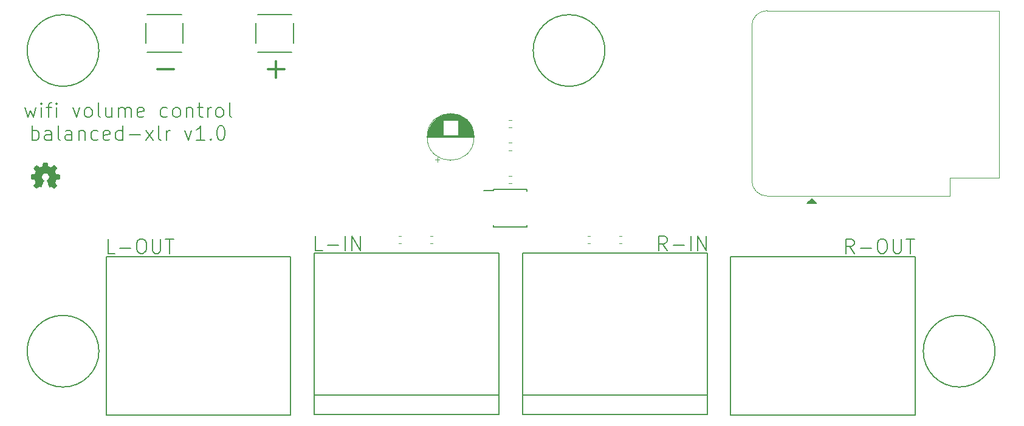
<source format=gbr>
G04 #@! TF.GenerationSoftware,KiCad,Pcbnew,5.1.4+dfsg1-1*
G04 #@! TF.CreationDate,2020-04-24T21:08:45-06:00*
G04 #@! TF.ProjectId,balanced-xlr,62616c61-6e63-4656-942d-786c722e6b69,rev?*
G04 #@! TF.SameCoordinates,Original*
G04 #@! TF.FileFunction,Legend,Top*
G04 #@! TF.FilePolarity,Positive*
%FSLAX46Y46*%
G04 Gerber Fmt 4.6, Leading zero omitted, Abs format (unit mm)*
G04 Created by KiCad (PCBNEW 5.1.4+dfsg1-1) date 2020-04-24 21:08:45*
%MOMM*%
%LPD*%
G04 APERTURE LIST*
%ADD10C,0.200000*%
%ADD11C,0.300000*%
%ADD12C,0.120000*%
%ADD13C,0.002540*%
%ADD14C,0.150000*%
G04 APERTURE END LIST*
D10*
X129657142Y-114104761D02*
X128990476Y-113152380D01*
X128514285Y-114104761D02*
X128514285Y-112104761D01*
X129276190Y-112104761D01*
X129466666Y-112200000D01*
X129561904Y-112295238D01*
X129657142Y-112485714D01*
X129657142Y-112771428D01*
X129561904Y-112961904D01*
X129466666Y-113057142D01*
X129276190Y-113152380D01*
X128514285Y-113152380D01*
X130514285Y-113342857D02*
X132038095Y-113342857D01*
X132990476Y-114104761D02*
X132990476Y-112104761D01*
X133942857Y-114104761D02*
X133942857Y-112104761D01*
X135085714Y-114104761D01*
X135085714Y-112104761D01*
X155723809Y-114504761D02*
X155057142Y-113552380D01*
X154580952Y-114504761D02*
X154580952Y-112504761D01*
X155342857Y-112504761D01*
X155533333Y-112600000D01*
X155628571Y-112695238D01*
X155723809Y-112885714D01*
X155723809Y-113171428D01*
X155628571Y-113361904D01*
X155533333Y-113457142D01*
X155342857Y-113552380D01*
X154580952Y-113552380D01*
X156580952Y-113742857D02*
X158104761Y-113742857D01*
X159438095Y-112504761D02*
X159819047Y-112504761D01*
X160009523Y-112600000D01*
X160200000Y-112790476D01*
X160295238Y-113171428D01*
X160295238Y-113838095D01*
X160200000Y-114219047D01*
X160009523Y-114409523D01*
X159819047Y-114504761D01*
X159438095Y-114504761D01*
X159247619Y-114409523D01*
X159057142Y-114219047D01*
X158961904Y-113838095D01*
X158961904Y-113171428D01*
X159057142Y-112790476D01*
X159247619Y-112600000D01*
X159438095Y-112504761D01*
X161152380Y-112504761D02*
X161152380Y-114123809D01*
X161247619Y-114314285D01*
X161342857Y-114409523D01*
X161533333Y-114504761D01*
X161914285Y-114504761D01*
X162104761Y-114409523D01*
X162200000Y-114314285D01*
X162295238Y-114123809D01*
X162295238Y-112504761D01*
X162961904Y-112504761D02*
X164104761Y-112504761D01*
X163533333Y-114504761D02*
X163533333Y-112504761D01*
X81657142Y-114104761D02*
X80704761Y-114104761D01*
X80704761Y-112104761D01*
X82323809Y-113342857D02*
X83847619Y-113342857D01*
X84800000Y-114104761D02*
X84800000Y-112104761D01*
X85752380Y-114104761D02*
X85752380Y-112104761D01*
X86895238Y-114104761D01*
X86895238Y-112104761D01*
X52723809Y-114504761D02*
X51771428Y-114504761D01*
X51771428Y-112504761D01*
X53390476Y-113742857D02*
X54914285Y-113742857D01*
X56247619Y-112504761D02*
X56628571Y-112504761D01*
X56819047Y-112600000D01*
X57009523Y-112790476D01*
X57104761Y-113171428D01*
X57104761Y-113838095D01*
X57009523Y-114219047D01*
X56819047Y-114409523D01*
X56628571Y-114504761D01*
X56247619Y-114504761D01*
X56057142Y-114409523D01*
X55866666Y-114219047D01*
X55771428Y-113838095D01*
X55771428Y-113171428D01*
X55866666Y-112790476D01*
X56057142Y-112600000D01*
X56247619Y-112504761D01*
X57961904Y-112504761D02*
X57961904Y-114123809D01*
X58057142Y-114314285D01*
X58152380Y-114409523D01*
X58342857Y-114504761D01*
X58723809Y-114504761D01*
X58914285Y-114409523D01*
X59009523Y-114314285D01*
X59104761Y-114123809D01*
X59104761Y-112504761D01*
X59771428Y-112504761D02*
X60914285Y-112504761D01*
X60342857Y-114504761D02*
X60342857Y-112504761D01*
X40219047Y-94171428D02*
X40600000Y-95504761D01*
X40980952Y-94552380D01*
X41361904Y-95504761D01*
X41742857Y-94171428D01*
X42504761Y-95504761D02*
X42504761Y-94171428D01*
X42504761Y-93504761D02*
X42409523Y-93600000D01*
X42504761Y-93695238D01*
X42600000Y-93600000D01*
X42504761Y-93504761D01*
X42504761Y-93695238D01*
X43171428Y-94171428D02*
X43933333Y-94171428D01*
X43457142Y-95504761D02*
X43457142Y-93790476D01*
X43552380Y-93600000D01*
X43742857Y-93504761D01*
X43933333Y-93504761D01*
X44600000Y-95504761D02*
X44600000Y-94171428D01*
X44600000Y-93504761D02*
X44504761Y-93600000D01*
X44600000Y-93695238D01*
X44695238Y-93600000D01*
X44600000Y-93504761D01*
X44600000Y-93695238D01*
X46885714Y-94171428D02*
X47361904Y-95504761D01*
X47838095Y-94171428D01*
X48885714Y-95504761D02*
X48695238Y-95409523D01*
X48600000Y-95314285D01*
X48504761Y-95123809D01*
X48504761Y-94552380D01*
X48600000Y-94361904D01*
X48695238Y-94266666D01*
X48885714Y-94171428D01*
X49171428Y-94171428D01*
X49361904Y-94266666D01*
X49457142Y-94361904D01*
X49552380Y-94552380D01*
X49552380Y-95123809D01*
X49457142Y-95314285D01*
X49361904Y-95409523D01*
X49171428Y-95504761D01*
X48885714Y-95504761D01*
X50695238Y-95504761D02*
X50504761Y-95409523D01*
X50409523Y-95219047D01*
X50409523Y-93504761D01*
X52314285Y-94171428D02*
X52314285Y-95504761D01*
X51457142Y-94171428D02*
X51457142Y-95219047D01*
X51552380Y-95409523D01*
X51742857Y-95504761D01*
X52028571Y-95504761D01*
X52219047Y-95409523D01*
X52314285Y-95314285D01*
X53266666Y-95504761D02*
X53266666Y-94171428D01*
X53266666Y-94361904D02*
X53361904Y-94266666D01*
X53552380Y-94171428D01*
X53838095Y-94171428D01*
X54028571Y-94266666D01*
X54123809Y-94457142D01*
X54123809Y-95504761D01*
X54123809Y-94457142D02*
X54219047Y-94266666D01*
X54409523Y-94171428D01*
X54695238Y-94171428D01*
X54885714Y-94266666D01*
X54980952Y-94457142D01*
X54980952Y-95504761D01*
X56695238Y-95409523D02*
X56504761Y-95504761D01*
X56123809Y-95504761D01*
X55933333Y-95409523D01*
X55838095Y-95219047D01*
X55838095Y-94457142D01*
X55933333Y-94266666D01*
X56123809Y-94171428D01*
X56504761Y-94171428D01*
X56695238Y-94266666D01*
X56790476Y-94457142D01*
X56790476Y-94647619D01*
X55838095Y-94838095D01*
X60028571Y-95409523D02*
X59838095Y-95504761D01*
X59457142Y-95504761D01*
X59266666Y-95409523D01*
X59171428Y-95314285D01*
X59076190Y-95123809D01*
X59076190Y-94552380D01*
X59171428Y-94361904D01*
X59266666Y-94266666D01*
X59457142Y-94171428D01*
X59838095Y-94171428D01*
X60028571Y-94266666D01*
X61171428Y-95504761D02*
X60980952Y-95409523D01*
X60885714Y-95314285D01*
X60790476Y-95123809D01*
X60790476Y-94552380D01*
X60885714Y-94361904D01*
X60980952Y-94266666D01*
X61171428Y-94171428D01*
X61457142Y-94171428D01*
X61647619Y-94266666D01*
X61742857Y-94361904D01*
X61838095Y-94552380D01*
X61838095Y-95123809D01*
X61742857Y-95314285D01*
X61647619Y-95409523D01*
X61457142Y-95504761D01*
X61171428Y-95504761D01*
X62695238Y-94171428D02*
X62695238Y-95504761D01*
X62695238Y-94361904D02*
X62790476Y-94266666D01*
X62980952Y-94171428D01*
X63266666Y-94171428D01*
X63457142Y-94266666D01*
X63552380Y-94457142D01*
X63552380Y-95504761D01*
X64219047Y-94171428D02*
X64980952Y-94171428D01*
X64504761Y-93504761D02*
X64504761Y-95219047D01*
X64600000Y-95409523D01*
X64790476Y-95504761D01*
X64980952Y-95504761D01*
X65647619Y-95504761D02*
X65647619Y-94171428D01*
X65647619Y-94552380D02*
X65742857Y-94361904D01*
X65838095Y-94266666D01*
X66028571Y-94171428D01*
X66219047Y-94171428D01*
X67171428Y-95504761D02*
X66980952Y-95409523D01*
X66885714Y-95314285D01*
X66790476Y-95123809D01*
X66790476Y-94552380D01*
X66885714Y-94361904D01*
X66980952Y-94266666D01*
X67171428Y-94171428D01*
X67457142Y-94171428D01*
X67647619Y-94266666D01*
X67742857Y-94361904D01*
X67838095Y-94552380D01*
X67838095Y-95123809D01*
X67742857Y-95314285D01*
X67647619Y-95409523D01*
X67457142Y-95504761D01*
X67171428Y-95504761D01*
X68980952Y-95504761D02*
X68790476Y-95409523D01*
X68695238Y-95219047D01*
X68695238Y-93504761D01*
X41219047Y-98704761D02*
X41219047Y-96704761D01*
X41219047Y-97466666D02*
X41409523Y-97371428D01*
X41790476Y-97371428D01*
X41980952Y-97466666D01*
X42076190Y-97561904D01*
X42171428Y-97752380D01*
X42171428Y-98323809D01*
X42076190Y-98514285D01*
X41980952Y-98609523D01*
X41790476Y-98704761D01*
X41409523Y-98704761D01*
X41219047Y-98609523D01*
X43885714Y-98704761D02*
X43885714Y-97657142D01*
X43790476Y-97466666D01*
X43600000Y-97371428D01*
X43219047Y-97371428D01*
X43028571Y-97466666D01*
X43885714Y-98609523D02*
X43695238Y-98704761D01*
X43219047Y-98704761D01*
X43028571Y-98609523D01*
X42933333Y-98419047D01*
X42933333Y-98228571D01*
X43028571Y-98038095D01*
X43219047Y-97942857D01*
X43695238Y-97942857D01*
X43885714Y-97847619D01*
X45123809Y-98704761D02*
X44933333Y-98609523D01*
X44838095Y-98419047D01*
X44838095Y-96704761D01*
X46742857Y-98704761D02*
X46742857Y-97657142D01*
X46647619Y-97466666D01*
X46457142Y-97371428D01*
X46076190Y-97371428D01*
X45885714Y-97466666D01*
X46742857Y-98609523D02*
X46552380Y-98704761D01*
X46076190Y-98704761D01*
X45885714Y-98609523D01*
X45790476Y-98419047D01*
X45790476Y-98228571D01*
X45885714Y-98038095D01*
X46076190Y-97942857D01*
X46552380Y-97942857D01*
X46742857Y-97847619D01*
X47695238Y-97371428D02*
X47695238Y-98704761D01*
X47695238Y-97561904D02*
X47790476Y-97466666D01*
X47980952Y-97371428D01*
X48266666Y-97371428D01*
X48457142Y-97466666D01*
X48552380Y-97657142D01*
X48552380Y-98704761D01*
X50361904Y-98609523D02*
X50171428Y-98704761D01*
X49790476Y-98704761D01*
X49600000Y-98609523D01*
X49504761Y-98514285D01*
X49409523Y-98323809D01*
X49409523Y-97752380D01*
X49504761Y-97561904D01*
X49600000Y-97466666D01*
X49790476Y-97371428D01*
X50171428Y-97371428D01*
X50361904Y-97466666D01*
X51980952Y-98609523D02*
X51790476Y-98704761D01*
X51409523Y-98704761D01*
X51219047Y-98609523D01*
X51123809Y-98419047D01*
X51123809Y-97657142D01*
X51219047Y-97466666D01*
X51409523Y-97371428D01*
X51790476Y-97371428D01*
X51980952Y-97466666D01*
X52076190Y-97657142D01*
X52076190Y-97847619D01*
X51123809Y-98038095D01*
X53790476Y-98704761D02*
X53790476Y-96704761D01*
X53790476Y-98609523D02*
X53600000Y-98704761D01*
X53219047Y-98704761D01*
X53028571Y-98609523D01*
X52933333Y-98514285D01*
X52838095Y-98323809D01*
X52838095Y-97752380D01*
X52933333Y-97561904D01*
X53028571Y-97466666D01*
X53219047Y-97371428D01*
X53600000Y-97371428D01*
X53790476Y-97466666D01*
X54742857Y-97942857D02*
X56266666Y-97942857D01*
X57028571Y-98704761D02*
X58076190Y-97371428D01*
X57028571Y-97371428D02*
X58076190Y-98704761D01*
X59123809Y-98704761D02*
X58933333Y-98609523D01*
X58838095Y-98419047D01*
X58838095Y-96704761D01*
X59885714Y-98704761D02*
X59885714Y-97371428D01*
X59885714Y-97752380D02*
X59980952Y-97561904D01*
X60076190Y-97466666D01*
X60266666Y-97371428D01*
X60457142Y-97371428D01*
X62457142Y-97371428D02*
X62933333Y-98704761D01*
X63409523Y-97371428D01*
X65219047Y-98704761D02*
X64076190Y-98704761D01*
X64647619Y-98704761D02*
X64647619Y-96704761D01*
X64457142Y-96990476D01*
X64266666Y-97180952D01*
X64076190Y-97276190D01*
X66076190Y-98514285D02*
X66171428Y-98609523D01*
X66076190Y-98704761D01*
X65980952Y-98609523D01*
X66076190Y-98514285D01*
X66076190Y-98704761D01*
X67409523Y-96704761D02*
X67600000Y-96704761D01*
X67790476Y-96800000D01*
X67885714Y-96895238D01*
X67980952Y-97085714D01*
X68076190Y-97466666D01*
X68076190Y-97942857D01*
X67980952Y-98323809D01*
X67885714Y-98514285D01*
X67790476Y-98609523D01*
X67600000Y-98704761D01*
X67409523Y-98704761D01*
X67219047Y-98609523D01*
X67123809Y-98514285D01*
X67028571Y-98323809D01*
X66933333Y-97942857D01*
X66933333Y-97466666D01*
X67028571Y-97085714D01*
X67123809Y-96895238D01*
X67219047Y-96800000D01*
X67409523Y-96704761D01*
D11*
X74057142Y-88814285D02*
X76342857Y-88814285D01*
X75200000Y-89957142D02*
X75200000Y-87671428D01*
X58657142Y-88814285D02*
X60942857Y-88814285D01*
D12*
X97346000Y-101435241D02*
X97976000Y-101435241D01*
X97661000Y-101750241D02*
X97661000Y-101120241D01*
X99098000Y-95009000D02*
X99902000Y-95009000D01*
X98867000Y-95049000D02*
X100133000Y-95049000D01*
X98698000Y-95089000D02*
X100302000Y-95089000D01*
X98560000Y-95129000D02*
X100440000Y-95129000D01*
X98441000Y-95169000D02*
X100559000Y-95169000D01*
X98335000Y-95209000D02*
X100665000Y-95209000D01*
X98238000Y-95249000D02*
X100762000Y-95249000D01*
X98150000Y-95289000D02*
X100850000Y-95289000D01*
X98068000Y-95329000D02*
X100932000Y-95329000D01*
X97991000Y-95369000D02*
X101009000Y-95369000D01*
X97919000Y-95409000D02*
X101081000Y-95409000D01*
X97850000Y-95449000D02*
X101150000Y-95449000D01*
X97786000Y-95489000D02*
X101214000Y-95489000D01*
X97724000Y-95529000D02*
X101276000Y-95529000D01*
X97666000Y-95569000D02*
X101334000Y-95569000D01*
X97610000Y-95609000D02*
X101390000Y-95609000D01*
X97556000Y-95649000D02*
X101444000Y-95649000D01*
X97505000Y-95689000D02*
X101495000Y-95689000D01*
X97456000Y-95729000D02*
X101544000Y-95729000D01*
X97408000Y-95769000D02*
X101592000Y-95769000D01*
X97363000Y-95809000D02*
X101637000Y-95809000D01*
X97318000Y-95849000D02*
X101682000Y-95849000D01*
X97276000Y-95889000D02*
X101724000Y-95889000D01*
X97235000Y-95929000D02*
X101765000Y-95929000D01*
X100540000Y-95969000D02*
X101805000Y-95969000D01*
X97195000Y-95969000D02*
X98460000Y-95969000D01*
X100540000Y-96009000D02*
X101843000Y-96009000D01*
X97157000Y-96009000D02*
X98460000Y-96009000D01*
X100540000Y-96049000D02*
X101880000Y-96049000D01*
X97120000Y-96049000D02*
X98460000Y-96049000D01*
X100540000Y-96089000D02*
X101916000Y-96089000D01*
X97084000Y-96089000D02*
X98460000Y-96089000D01*
X100540000Y-96129000D02*
X101950000Y-96129000D01*
X97050000Y-96129000D02*
X98460000Y-96129000D01*
X100540000Y-96169000D02*
X101984000Y-96169000D01*
X97016000Y-96169000D02*
X98460000Y-96169000D01*
X100540000Y-96209000D02*
X102016000Y-96209000D01*
X96984000Y-96209000D02*
X98460000Y-96209000D01*
X100540000Y-96249000D02*
X102048000Y-96249000D01*
X96952000Y-96249000D02*
X98460000Y-96249000D01*
X100540000Y-96289000D02*
X102078000Y-96289000D01*
X96922000Y-96289000D02*
X98460000Y-96289000D01*
X100540000Y-96329000D02*
X102107000Y-96329000D01*
X96893000Y-96329000D02*
X98460000Y-96329000D01*
X100540000Y-96369000D02*
X102136000Y-96369000D01*
X96864000Y-96369000D02*
X98460000Y-96369000D01*
X100540000Y-96409000D02*
X102164000Y-96409000D01*
X96836000Y-96409000D02*
X98460000Y-96409000D01*
X100540000Y-96449000D02*
X102190000Y-96449000D01*
X96810000Y-96449000D02*
X98460000Y-96449000D01*
X100540000Y-96489000D02*
X102216000Y-96489000D01*
X96784000Y-96489000D02*
X98460000Y-96489000D01*
X100540000Y-96529000D02*
X102242000Y-96529000D01*
X96758000Y-96529000D02*
X98460000Y-96529000D01*
X100540000Y-96569000D02*
X102266000Y-96569000D01*
X96734000Y-96569000D02*
X98460000Y-96569000D01*
X100540000Y-96609000D02*
X102290000Y-96609000D01*
X96710000Y-96609000D02*
X98460000Y-96609000D01*
X100540000Y-96649000D02*
X102312000Y-96649000D01*
X96688000Y-96649000D02*
X98460000Y-96649000D01*
X100540000Y-96689000D02*
X102334000Y-96689000D01*
X96666000Y-96689000D02*
X98460000Y-96689000D01*
X100540000Y-96729000D02*
X102356000Y-96729000D01*
X96644000Y-96729000D02*
X98460000Y-96729000D01*
X100540000Y-96769000D02*
X102376000Y-96769000D01*
X96624000Y-96769000D02*
X98460000Y-96769000D01*
X100540000Y-96809000D02*
X102396000Y-96809000D01*
X96604000Y-96809000D02*
X98460000Y-96809000D01*
X100540000Y-96849000D02*
X102416000Y-96849000D01*
X96584000Y-96849000D02*
X98460000Y-96849000D01*
X100540000Y-96889000D02*
X102434000Y-96889000D01*
X96566000Y-96889000D02*
X98460000Y-96889000D01*
X100540000Y-96929000D02*
X102452000Y-96929000D01*
X96548000Y-96929000D02*
X98460000Y-96929000D01*
X100540000Y-96969000D02*
X102470000Y-96969000D01*
X96530000Y-96969000D02*
X98460000Y-96969000D01*
X100540000Y-97009000D02*
X102486000Y-97009000D01*
X96514000Y-97009000D02*
X98460000Y-97009000D01*
X100540000Y-97049000D02*
X102502000Y-97049000D01*
X96498000Y-97049000D02*
X98460000Y-97049000D01*
X100540000Y-97089000D02*
X102518000Y-97089000D01*
X96482000Y-97089000D02*
X98460000Y-97089000D01*
X100540000Y-97129000D02*
X102533000Y-97129000D01*
X96467000Y-97129000D02*
X98460000Y-97129000D01*
X100540000Y-97169000D02*
X102547000Y-97169000D01*
X96453000Y-97169000D02*
X98460000Y-97169000D01*
X100540000Y-97209000D02*
X102561000Y-97209000D01*
X96439000Y-97209000D02*
X98460000Y-97209000D01*
X100540000Y-97249000D02*
X102574000Y-97249000D01*
X96426000Y-97249000D02*
X98460000Y-97249000D01*
X100540000Y-97289000D02*
X102586000Y-97289000D01*
X96414000Y-97289000D02*
X98460000Y-97289000D01*
X100540000Y-97329000D02*
X102598000Y-97329000D01*
X96402000Y-97329000D02*
X98460000Y-97329000D01*
X100540000Y-97369000D02*
X102610000Y-97369000D01*
X96390000Y-97369000D02*
X98460000Y-97369000D01*
X100540000Y-97409000D02*
X102621000Y-97409000D01*
X96379000Y-97409000D02*
X98460000Y-97409000D01*
X100540000Y-97449000D02*
X102631000Y-97449000D01*
X96369000Y-97449000D02*
X98460000Y-97449000D01*
X100540000Y-97489000D02*
X102641000Y-97489000D01*
X96359000Y-97489000D02*
X98460000Y-97489000D01*
X100540000Y-97529000D02*
X102650000Y-97529000D01*
X96350000Y-97529000D02*
X98460000Y-97529000D01*
X100540000Y-97570000D02*
X102659000Y-97570000D01*
X96341000Y-97570000D02*
X98460000Y-97570000D01*
X100540000Y-97610000D02*
X102667000Y-97610000D01*
X96333000Y-97610000D02*
X98460000Y-97610000D01*
X100540000Y-97650000D02*
X102675000Y-97650000D01*
X96325000Y-97650000D02*
X98460000Y-97650000D01*
X100540000Y-97690000D02*
X102682000Y-97690000D01*
X96318000Y-97690000D02*
X98460000Y-97690000D01*
X100540000Y-97730000D02*
X102689000Y-97730000D01*
X96311000Y-97730000D02*
X98460000Y-97730000D01*
X100540000Y-97770000D02*
X102695000Y-97770000D01*
X96305000Y-97770000D02*
X98460000Y-97770000D01*
X100540000Y-97810000D02*
X102701000Y-97810000D01*
X96299000Y-97810000D02*
X98460000Y-97810000D01*
X100540000Y-97850000D02*
X102706000Y-97850000D01*
X96294000Y-97850000D02*
X98460000Y-97850000D01*
X100540000Y-97890000D02*
X102711000Y-97890000D01*
X96289000Y-97890000D02*
X98460000Y-97890000D01*
X100540000Y-97930000D02*
X102715000Y-97930000D01*
X96285000Y-97930000D02*
X98460000Y-97930000D01*
X100540000Y-97970000D02*
X102718000Y-97970000D01*
X96282000Y-97970000D02*
X98460000Y-97970000D01*
X100540000Y-98010000D02*
X102722000Y-98010000D01*
X96278000Y-98010000D02*
X98460000Y-98010000D01*
X96276000Y-98050000D02*
X102724000Y-98050000D01*
X96273000Y-98090000D02*
X102727000Y-98090000D01*
X96272000Y-98130000D02*
X102728000Y-98130000D01*
X96270000Y-98170000D02*
X102730000Y-98170000D01*
X96270000Y-98210000D02*
X102730000Y-98210000D01*
X96270000Y-98250000D02*
X102730000Y-98250000D01*
X102770000Y-98250000D02*
G75*
G03X102770000Y-98250000I-3270000J0D01*
G01*
D13*
G36*
X41788420Y-105395780D02*
G01*
X41808740Y-105385620D01*
X41857000Y-105355140D01*
X41923040Y-105311960D01*
X42001780Y-105258620D01*
X42080520Y-105205280D01*
X42146560Y-105162100D01*
X42192280Y-105131620D01*
X42210060Y-105121460D01*
X42220220Y-105124000D01*
X42258320Y-105144320D01*
X42314200Y-105172260D01*
X42344680Y-105187500D01*
X42395480Y-105210360D01*
X42420880Y-105215440D01*
X42423420Y-105207820D01*
X42443740Y-105169720D01*
X42471680Y-105103680D01*
X42509780Y-105017320D01*
X42552960Y-104915720D01*
X42598680Y-104806500D01*
X42644400Y-104694740D01*
X42690120Y-104588060D01*
X42728220Y-104491540D01*
X42761240Y-104415340D01*
X42781560Y-104359460D01*
X42789180Y-104336600D01*
X42786640Y-104331520D01*
X42761240Y-104308660D01*
X42718060Y-104275640D01*
X42621540Y-104196900D01*
X42530100Y-104080060D01*
X42471680Y-103947980D01*
X42453900Y-103800660D01*
X42469140Y-103666040D01*
X42522480Y-103536500D01*
X42613920Y-103417120D01*
X42725680Y-103330760D01*
X42855220Y-103274880D01*
X43000000Y-103257100D01*
X43139700Y-103272340D01*
X43271780Y-103325680D01*
X43391160Y-103414580D01*
X43439420Y-103473000D01*
X43508000Y-103592380D01*
X43548640Y-103719380D01*
X43551180Y-103749860D01*
X43546100Y-103892100D01*
X43505460Y-104026720D01*
X43431800Y-104146100D01*
X43327660Y-104245160D01*
X43314960Y-104255320D01*
X43266700Y-104290880D01*
X43236220Y-104313740D01*
X43210820Y-104334060D01*
X43388620Y-104765860D01*
X43416560Y-104834440D01*
X43467360Y-104951280D01*
X43510540Y-105052880D01*
X43543560Y-105134160D01*
X43568960Y-105187500D01*
X43579120Y-105210360D01*
X43594360Y-105212900D01*
X43627380Y-105200200D01*
X43688340Y-105172260D01*
X43728980Y-105151940D01*
X43774700Y-105129080D01*
X43795020Y-105121460D01*
X43812800Y-105131620D01*
X43855980Y-105159560D01*
X43919480Y-105202740D01*
X43995680Y-105253540D01*
X44069340Y-105304340D01*
X44137920Y-105350060D01*
X44186180Y-105380540D01*
X44211580Y-105393240D01*
X44214120Y-105393240D01*
X44234440Y-105380540D01*
X44275080Y-105350060D01*
X44333500Y-105294180D01*
X44414780Y-105212900D01*
X44427480Y-105200200D01*
X44496060Y-105129080D01*
X44551940Y-105070660D01*
X44590040Y-105030020D01*
X44602740Y-105012240D01*
X44590040Y-104986840D01*
X44559560Y-104938580D01*
X44513840Y-104870000D01*
X44460500Y-104791260D01*
X44318260Y-104582980D01*
X44397000Y-104387400D01*
X44419860Y-104328980D01*
X44450340Y-104255320D01*
X44473200Y-104204520D01*
X44485900Y-104181660D01*
X44506220Y-104174040D01*
X44559560Y-104161340D01*
X44638300Y-104143560D01*
X44729740Y-104128320D01*
X44818640Y-104110540D01*
X44897380Y-104095300D01*
X44955800Y-104085140D01*
X44981200Y-104080060D01*
X44986280Y-104074980D01*
X44991360Y-104062280D01*
X44996440Y-104036880D01*
X44996440Y-103988620D01*
X44998980Y-103912420D01*
X44998980Y-103800660D01*
X44998980Y-103790500D01*
X44996440Y-103683820D01*
X44996440Y-103600000D01*
X44993900Y-103546660D01*
X44988820Y-103526340D01*
X44963420Y-103518720D01*
X44907540Y-103508560D01*
X44828800Y-103490780D01*
X44732280Y-103473000D01*
X44727200Y-103473000D01*
X44633220Y-103455220D01*
X44554480Y-103437440D01*
X44498600Y-103424740D01*
X44475740Y-103417120D01*
X44470660Y-103412040D01*
X44450340Y-103373940D01*
X44422400Y-103315520D01*
X44391920Y-103244400D01*
X44361440Y-103170740D01*
X44333500Y-103102160D01*
X44315720Y-103053900D01*
X44310640Y-103031040D01*
X44325880Y-103008180D01*
X44358900Y-102957380D01*
X44404620Y-102891340D01*
X44460500Y-102810060D01*
X44463040Y-102802440D01*
X44518920Y-102723700D01*
X44562100Y-102655120D01*
X44592580Y-102606860D01*
X44602740Y-102586540D01*
X44602740Y-102584000D01*
X44584960Y-102561140D01*
X44544320Y-102515420D01*
X44485900Y-102454460D01*
X44414780Y-102383340D01*
X44391920Y-102363020D01*
X44315720Y-102286820D01*
X44262380Y-102236020D01*
X44226820Y-102210620D01*
X44211580Y-102203000D01*
X44211580Y-102205540D01*
X44186180Y-102218240D01*
X44135380Y-102251260D01*
X44066800Y-102299520D01*
X43985520Y-102352860D01*
X43980440Y-102357940D01*
X43901700Y-102411280D01*
X43835660Y-102457000D01*
X43787400Y-102487480D01*
X43767080Y-102500180D01*
X43762000Y-102500180D01*
X43731520Y-102490020D01*
X43673100Y-102472240D01*
X43604520Y-102444300D01*
X43530860Y-102413820D01*
X43462280Y-102385880D01*
X43411480Y-102363020D01*
X43388620Y-102350320D01*
X43388620Y-102347780D01*
X43378460Y-102319840D01*
X43365760Y-102258880D01*
X43347980Y-102177600D01*
X43330200Y-102078540D01*
X43327660Y-102063300D01*
X43309880Y-101969320D01*
X43294640Y-101890580D01*
X43281940Y-101834700D01*
X43276860Y-101811840D01*
X43264160Y-101809300D01*
X43215900Y-101806760D01*
X43144780Y-101804220D01*
X43058420Y-101804220D01*
X42969520Y-101804220D01*
X42883160Y-101806760D01*
X42806960Y-101809300D01*
X42753620Y-101811840D01*
X42730760Y-101816920D01*
X42728220Y-101819460D01*
X42720600Y-101847400D01*
X42707900Y-101908360D01*
X42690120Y-101989640D01*
X42672340Y-102088700D01*
X42669800Y-102106480D01*
X42652020Y-102200460D01*
X42634240Y-102279200D01*
X42624080Y-102332540D01*
X42616460Y-102352860D01*
X42608840Y-102357940D01*
X42570740Y-102375720D01*
X42507240Y-102401120D01*
X42425960Y-102434140D01*
X42243080Y-102507800D01*
X42019560Y-102352860D01*
X41999240Y-102340160D01*
X41917960Y-102284280D01*
X41851920Y-102241100D01*
X41806200Y-102210620D01*
X41785880Y-102200460D01*
X41763020Y-102220780D01*
X41717300Y-102261420D01*
X41656340Y-102322380D01*
X41587760Y-102390960D01*
X41534420Y-102444300D01*
X41473460Y-102507800D01*
X41432820Y-102548440D01*
X41412500Y-102576380D01*
X41404880Y-102594160D01*
X41407420Y-102604320D01*
X41420120Y-102627180D01*
X41453140Y-102675440D01*
X41498860Y-102744020D01*
X41554740Y-102822760D01*
X41600460Y-102891340D01*
X41648720Y-102965000D01*
X41679200Y-103018340D01*
X41691900Y-103046280D01*
X41689360Y-103056440D01*
X41671580Y-103099620D01*
X41646180Y-103168200D01*
X41613160Y-103246940D01*
X41534420Y-103424740D01*
X41417580Y-103445060D01*
X41346460Y-103460300D01*
X41247400Y-103478080D01*
X41153420Y-103495860D01*
X41006100Y-103526340D01*
X41001020Y-104064820D01*
X41023880Y-104074980D01*
X41046740Y-104082600D01*
X41100080Y-104092760D01*
X41178820Y-104108000D01*
X41270260Y-104125780D01*
X41349000Y-104141020D01*
X41427740Y-104156260D01*
X41483620Y-104166420D01*
X41509020Y-104171500D01*
X41516640Y-104181660D01*
X41536960Y-104219760D01*
X41564900Y-104280720D01*
X41595380Y-104354380D01*
X41625860Y-104428040D01*
X41653800Y-104499160D01*
X41674120Y-104552500D01*
X41681740Y-104580440D01*
X41671580Y-104600760D01*
X41641100Y-104646480D01*
X41597920Y-104712520D01*
X41544580Y-104791260D01*
X41488700Y-104870000D01*
X41445520Y-104938580D01*
X41412500Y-104986840D01*
X41399800Y-105007160D01*
X41407420Y-105022400D01*
X41437900Y-105060500D01*
X41496320Y-105121460D01*
X41585220Y-105210360D01*
X41600460Y-105223060D01*
X41669040Y-105291640D01*
X41730000Y-105344980D01*
X41770640Y-105383080D01*
X41788420Y-105395780D01*
X41788420Y-105395780D01*
G37*
X41788420Y-105395780D02*
X41808740Y-105385620D01*
X41857000Y-105355140D01*
X41923040Y-105311960D01*
X42001780Y-105258620D01*
X42080520Y-105205280D01*
X42146560Y-105162100D01*
X42192280Y-105131620D01*
X42210060Y-105121460D01*
X42220220Y-105124000D01*
X42258320Y-105144320D01*
X42314200Y-105172260D01*
X42344680Y-105187500D01*
X42395480Y-105210360D01*
X42420880Y-105215440D01*
X42423420Y-105207820D01*
X42443740Y-105169720D01*
X42471680Y-105103680D01*
X42509780Y-105017320D01*
X42552960Y-104915720D01*
X42598680Y-104806500D01*
X42644400Y-104694740D01*
X42690120Y-104588060D01*
X42728220Y-104491540D01*
X42761240Y-104415340D01*
X42781560Y-104359460D01*
X42789180Y-104336600D01*
X42786640Y-104331520D01*
X42761240Y-104308660D01*
X42718060Y-104275640D01*
X42621540Y-104196900D01*
X42530100Y-104080060D01*
X42471680Y-103947980D01*
X42453900Y-103800660D01*
X42469140Y-103666040D01*
X42522480Y-103536500D01*
X42613920Y-103417120D01*
X42725680Y-103330760D01*
X42855220Y-103274880D01*
X43000000Y-103257100D01*
X43139700Y-103272340D01*
X43271780Y-103325680D01*
X43391160Y-103414580D01*
X43439420Y-103473000D01*
X43508000Y-103592380D01*
X43548640Y-103719380D01*
X43551180Y-103749860D01*
X43546100Y-103892100D01*
X43505460Y-104026720D01*
X43431800Y-104146100D01*
X43327660Y-104245160D01*
X43314960Y-104255320D01*
X43266700Y-104290880D01*
X43236220Y-104313740D01*
X43210820Y-104334060D01*
X43388620Y-104765860D01*
X43416560Y-104834440D01*
X43467360Y-104951280D01*
X43510540Y-105052880D01*
X43543560Y-105134160D01*
X43568960Y-105187500D01*
X43579120Y-105210360D01*
X43594360Y-105212900D01*
X43627380Y-105200200D01*
X43688340Y-105172260D01*
X43728980Y-105151940D01*
X43774700Y-105129080D01*
X43795020Y-105121460D01*
X43812800Y-105131620D01*
X43855980Y-105159560D01*
X43919480Y-105202740D01*
X43995680Y-105253540D01*
X44069340Y-105304340D01*
X44137920Y-105350060D01*
X44186180Y-105380540D01*
X44211580Y-105393240D01*
X44214120Y-105393240D01*
X44234440Y-105380540D01*
X44275080Y-105350060D01*
X44333500Y-105294180D01*
X44414780Y-105212900D01*
X44427480Y-105200200D01*
X44496060Y-105129080D01*
X44551940Y-105070660D01*
X44590040Y-105030020D01*
X44602740Y-105012240D01*
X44590040Y-104986840D01*
X44559560Y-104938580D01*
X44513840Y-104870000D01*
X44460500Y-104791260D01*
X44318260Y-104582980D01*
X44397000Y-104387400D01*
X44419860Y-104328980D01*
X44450340Y-104255320D01*
X44473200Y-104204520D01*
X44485900Y-104181660D01*
X44506220Y-104174040D01*
X44559560Y-104161340D01*
X44638300Y-104143560D01*
X44729740Y-104128320D01*
X44818640Y-104110540D01*
X44897380Y-104095300D01*
X44955800Y-104085140D01*
X44981200Y-104080060D01*
X44986280Y-104074980D01*
X44991360Y-104062280D01*
X44996440Y-104036880D01*
X44996440Y-103988620D01*
X44998980Y-103912420D01*
X44998980Y-103800660D01*
X44998980Y-103790500D01*
X44996440Y-103683820D01*
X44996440Y-103600000D01*
X44993900Y-103546660D01*
X44988820Y-103526340D01*
X44963420Y-103518720D01*
X44907540Y-103508560D01*
X44828800Y-103490780D01*
X44732280Y-103473000D01*
X44727200Y-103473000D01*
X44633220Y-103455220D01*
X44554480Y-103437440D01*
X44498600Y-103424740D01*
X44475740Y-103417120D01*
X44470660Y-103412040D01*
X44450340Y-103373940D01*
X44422400Y-103315520D01*
X44391920Y-103244400D01*
X44361440Y-103170740D01*
X44333500Y-103102160D01*
X44315720Y-103053900D01*
X44310640Y-103031040D01*
X44325880Y-103008180D01*
X44358900Y-102957380D01*
X44404620Y-102891340D01*
X44460500Y-102810060D01*
X44463040Y-102802440D01*
X44518920Y-102723700D01*
X44562100Y-102655120D01*
X44592580Y-102606860D01*
X44602740Y-102586540D01*
X44602740Y-102584000D01*
X44584960Y-102561140D01*
X44544320Y-102515420D01*
X44485900Y-102454460D01*
X44414780Y-102383340D01*
X44391920Y-102363020D01*
X44315720Y-102286820D01*
X44262380Y-102236020D01*
X44226820Y-102210620D01*
X44211580Y-102203000D01*
X44211580Y-102205540D01*
X44186180Y-102218240D01*
X44135380Y-102251260D01*
X44066800Y-102299520D01*
X43985520Y-102352860D01*
X43980440Y-102357940D01*
X43901700Y-102411280D01*
X43835660Y-102457000D01*
X43787400Y-102487480D01*
X43767080Y-102500180D01*
X43762000Y-102500180D01*
X43731520Y-102490020D01*
X43673100Y-102472240D01*
X43604520Y-102444300D01*
X43530860Y-102413820D01*
X43462280Y-102385880D01*
X43411480Y-102363020D01*
X43388620Y-102350320D01*
X43388620Y-102347780D01*
X43378460Y-102319840D01*
X43365760Y-102258880D01*
X43347980Y-102177600D01*
X43330200Y-102078540D01*
X43327660Y-102063300D01*
X43309880Y-101969320D01*
X43294640Y-101890580D01*
X43281940Y-101834700D01*
X43276860Y-101811840D01*
X43264160Y-101809300D01*
X43215900Y-101806760D01*
X43144780Y-101804220D01*
X43058420Y-101804220D01*
X42969520Y-101804220D01*
X42883160Y-101806760D01*
X42806960Y-101809300D01*
X42753620Y-101811840D01*
X42730760Y-101816920D01*
X42728220Y-101819460D01*
X42720600Y-101847400D01*
X42707900Y-101908360D01*
X42690120Y-101989640D01*
X42672340Y-102088700D01*
X42669800Y-102106480D01*
X42652020Y-102200460D01*
X42634240Y-102279200D01*
X42624080Y-102332540D01*
X42616460Y-102352860D01*
X42608840Y-102357940D01*
X42570740Y-102375720D01*
X42507240Y-102401120D01*
X42425960Y-102434140D01*
X42243080Y-102507800D01*
X42019560Y-102352860D01*
X41999240Y-102340160D01*
X41917960Y-102284280D01*
X41851920Y-102241100D01*
X41806200Y-102210620D01*
X41785880Y-102200460D01*
X41763020Y-102220780D01*
X41717300Y-102261420D01*
X41656340Y-102322380D01*
X41587760Y-102390960D01*
X41534420Y-102444300D01*
X41473460Y-102507800D01*
X41432820Y-102548440D01*
X41412500Y-102576380D01*
X41404880Y-102594160D01*
X41407420Y-102604320D01*
X41420120Y-102627180D01*
X41453140Y-102675440D01*
X41498860Y-102744020D01*
X41554740Y-102822760D01*
X41600460Y-102891340D01*
X41648720Y-102965000D01*
X41679200Y-103018340D01*
X41691900Y-103046280D01*
X41689360Y-103056440D01*
X41671580Y-103099620D01*
X41646180Y-103168200D01*
X41613160Y-103246940D01*
X41534420Y-103424740D01*
X41417580Y-103445060D01*
X41346460Y-103460300D01*
X41247400Y-103478080D01*
X41153420Y-103495860D01*
X41006100Y-103526340D01*
X41001020Y-104064820D01*
X41023880Y-104074980D01*
X41046740Y-104082600D01*
X41100080Y-104092760D01*
X41178820Y-104108000D01*
X41270260Y-104125780D01*
X41349000Y-104141020D01*
X41427740Y-104156260D01*
X41483620Y-104166420D01*
X41509020Y-104171500D01*
X41516640Y-104181660D01*
X41536960Y-104219760D01*
X41564900Y-104280720D01*
X41595380Y-104354380D01*
X41625860Y-104428040D01*
X41653800Y-104499160D01*
X41674120Y-104552500D01*
X41681740Y-104580440D01*
X41671580Y-104600760D01*
X41641100Y-104646480D01*
X41597920Y-104712520D01*
X41544580Y-104791260D01*
X41488700Y-104870000D01*
X41445520Y-104938580D01*
X41412500Y-104986840D01*
X41399800Y-105007160D01*
X41407420Y-105022400D01*
X41437900Y-105060500D01*
X41496320Y-105121460D01*
X41585220Y-105210360D01*
X41600460Y-105223060D01*
X41669040Y-105291640D01*
X41730000Y-105344980D01*
X41770640Y-105383080D01*
X41788420Y-105395780D01*
D14*
X175350000Y-128150000D02*
G75*
G03X175350000Y-128150000I-5000000J0D01*
G01*
X50500000Y-86200000D02*
G75*
G03X50500000Y-86200000I-5000000J0D01*
G01*
X50500000Y-128150000D02*
G75*
G03X50500000Y-128150000I-5000000J0D01*
G01*
X121000000Y-86200000D02*
G75*
G03X121000000Y-86200000I-5000000J0D01*
G01*
X138500000Y-137100000D02*
X164200000Y-137100000D01*
X138500000Y-115000000D02*
X138500000Y-137100000D01*
X164200000Y-115000000D02*
X138500000Y-115000000D01*
X164200000Y-137100000D02*
X164200000Y-115000000D01*
X105475000Y-105700000D02*
X104125000Y-105700000D01*
X105475000Y-110825000D02*
X110125000Y-110825000D01*
X105475000Y-105575000D02*
X110125000Y-105575000D01*
X105475000Y-110825000D02*
X105475000Y-110600000D01*
X110125000Y-110825000D02*
X110125000Y-110600000D01*
X110125000Y-105575000D02*
X110125000Y-105800000D01*
X105475000Y-105575000D02*
X105475000Y-105700000D01*
D12*
X141460000Y-82770000D02*
G75*
G02X143590000Y-80640000I2130000J0D01*
G01*
X143590000Y-106500000D02*
G75*
G02X141460000Y-104370000I0J2130000D01*
G01*
X169020000Y-103960000D02*
X175920000Y-103960000D01*
X169020000Y-106500000D02*
X169020000Y-103960000D01*
D14*
G36*
X149165000Y-107540000D02*
G01*
X150435000Y-107540000D01*
X149800000Y-106905000D01*
X149165000Y-107540000D01*
G37*
X149165000Y-107540000D02*
X150435000Y-107540000D01*
X149800000Y-106905000D01*
X149165000Y-107540000D01*
D12*
X141460000Y-82760000D02*
X141460000Y-104370000D01*
X175920000Y-80640000D02*
X143590000Y-80640000D01*
X169020000Y-106500000D02*
X143590000Y-106500000D01*
X175920000Y-103960000D02*
X175920000Y-80640000D01*
D14*
X72400000Y-85200000D02*
X72400000Y-82400000D01*
X77400000Y-86400000D02*
X72600000Y-86400000D01*
X77600000Y-82400000D02*
X77600000Y-85200000D01*
X72600000Y-81200000D02*
X77400000Y-81200000D01*
X62200000Y-82400000D02*
X62200000Y-85200000D01*
X57200000Y-81200000D02*
X62000000Y-81200000D01*
X57000000Y-85200000D02*
X57000000Y-82400000D01*
X62000000Y-86400000D02*
X57200000Y-86400000D01*
D12*
X92571267Y-112090000D02*
X92228733Y-112090000D01*
X92571267Y-113110000D02*
X92228733Y-113110000D01*
X96971267Y-112090000D02*
X96628733Y-112090000D01*
X96971267Y-113110000D02*
X96628733Y-113110000D01*
X123371267Y-112090000D02*
X123028733Y-112090000D01*
X123371267Y-113110000D02*
X123028733Y-113110000D01*
X118628733Y-113110000D02*
X118971267Y-113110000D01*
X118628733Y-112090000D02*
X118971267Y-112090000D01*
X107971267Y-95890000D02*
X107628733Y-95890000D01*
X107971267Y-96910000D02*
X107628733Y-96910000D01*
X107971267Y-99090000D02*
X107628733Y-99090000D01*
X107971267Y-100110000D02*
X107628733Y-100110000D01*
D14*
X51500000Y-137100000D02*
X77200000Y-137100000D01*
X51500000Y-115000000D02*
X51500000Y-137100000D01*
X77200000Y-115000000D02*
X51500000Y-115000000D01*
X77200000Y-137100000D02*
X77200000Y-115000000D01*
X122500000Y-114500000D02*
X109500000Y-114500000D01*
X122500000Y-114500000D02*
X135250000Y-114500000D01*
X109500000Y-114500000D02*
X109500000Y-137000000D01*
X135250000Y-114500000D02*
X135250000Y-137000000D01*
X135250000Y-137000000D02*
X109500000Y-137000000D01*
X135250000Y-134250000D02*
X109500000Y-134250000D01*
X93500000Y-114500000D02*
X80500000Y-114500000D01*
X93500000Y-114500000D02*
X106250000Y-114500000D01*
X80500000Y-114500000D02*
X80500000Y-137000000D01*
X106250000Y-114500000D02*
X106250000Y-137000000D01*
X106250000Y-137000000D02*
X80500000Y-137000000D01*
X106250000Y-134250000D02*
X80500000Y-134250000D01*
D12*
X107971267Y-103690000D02*
X107628733Y-103690000D01*
X107971267Y-104710000D02*
X107628733Y-104710000D01*
M02*

</source>
